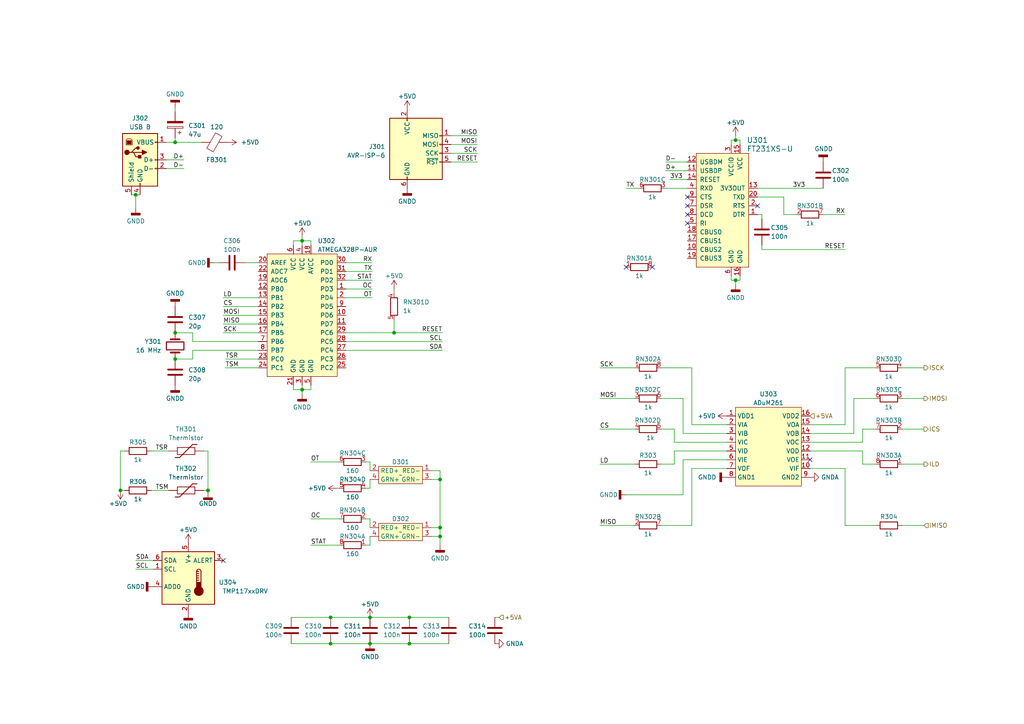
<source format=kicad_sch>
(kicad_sch (version 20230121) (generator eeschema)
  (paper "A4")
  (title_block (title "Digital") (date "2024-05-20") (rev "2.0") (company "Matt Morano"))
  (lib_symbols
    (symbol "Components:ADuM261"
      (property "Reference" "U" (at 0 15.24 0))
      (property "Value" "ADuM261" (at 1.27 12.7 0))
      (symbol "ADuM261_1_1"
        (rectangle (start -8.89 11.43) (end 10.16 -11.43) (fill (type background)))
        (pin power_in line (at -11.43 8.89 0) (length 2.54) (name "VDD1") (number "1"))
        (pin input line (at 12.7 -6.35 180) (length 2.54) (name "VIF") (number "10"))
        (pin output line (at 12.7 -3.81 180) (length 2.54) (name "VOE") (number "11"))
        (pin output line (at 12.7 -1.27 180) (length 2.54) (name "VOD") (number "12"))
        (pin output line (at 12.7 1.27 180) (length 2.54) (name "VOC") (number "13"))
        (pin output line (at 12.7 3.81 180) (length 2.54) (name "VOB") (number "14"))
        (pin output line (at 12.7 6.35 180) (length 2.54) (name "VOA") (number "15"))
        (pin power_in line (at 12.7 8.89 180) (length 2.54) (name "VDD2") (number "16"))
        (pin input line (at -11.43 6.35 0) (length 2.54) (name "VIA") (number "2"))
        (pin input line (at -11.43 3.81 0) (length 2.54) (name "VIB") (number "3"))
        (pin input line (at -11.43 1.27 0) (length 2.54) (name "VIC") (number "4"))
        (pin input line (at -11.43 -1.27 0) (length 2.54) (name "VID") (number "5"))
        (pin input line (at -11.43 -3.81 0) (length 2.54) (name "VIE") (number "6"))
        (pin output line (at -11.43 -6.35 0) (length 2.54) (name "VOF") (number "7"))
        (pin power_in line (at -11.43 -8.89 0) (length 2.54) (name "GND1") (number "8"))
        (pin power_in line (at 12.7 -8.89 180) (length 2.54) (name "GND2") (number "9"))
      )
    )
    (symbol "Components:WP934MD/LILGD"
      (property "Reference" "D" (at 0 3.81 0))
      (symbol "WP934MD/LILGD_1_1"
        (rectangle (start -6.35 2.54) (end 6.35 -2.54) (fill (type background)))
        (pin input line (at -8.89 1.27 0) (length 2.54) (name "RED-") (number "1"))
        (pin output line (at 8.89 1.27 180) (length 2.54) (name "RED+") (number "2"))
        (pin input line (at -8.89 -1.27 0) (length 2.54) (name "GRN-") (number "3"))
        (pin output line (at 8.89 -1.27 180) (length 2.54) (name "GRN+") (number "4"))
      )
    )
    (symbol "Connector:AVR-ISP-6" (pin_names (offset 1.016))
      (property "Reference" "J" (at -6.35 11.43 0))
      (property "Value" "AVR-ISP-6" (at 0 11.43 0))
      (symbol "AVR-ISP-6_0_1"
        (rectangle (start -2.667 -6.858) (end -2.413 -7.62))
        (rectangle (start -2.667 10.16) (end -2.413 9.398))
        (rectangle (start 7.62 -2.413) (end 6.858 -2.667))
        (rectangle (start 7.62 0.127) (end 6.858 -0.127))
        (rectangle (start 7.62 2.667) (end 6.858 2.413))
        (rectangle (start 7.62 5.207) (end 6.858 4.953))
        (rectangle (start 7.62 10.16) (end -7.62 -7.62) (stroke (width 0.254)) (fill (type background)))
      )
      (symbol "AVR-ISP-6_1_1"
        (pin passive line (at 10.16 5.08 180) (length 2.54) (name "MISO") (number "1"))
        (pin passive line (at -2.54 12.7 270) (length 2.54) (name "VCC") (number "2"))
        (pin passive line (at 10.16 0 180) (length 2.54) (name "SCK") (number "3"))
        (pin passive line (at 10.16 2.54 180) (length 2.54) (name "MOSI") (number "4"))
        (pin passive line (at 10.16 -2.54 180) (length 2.54) (name "~{RST}") (number "5"))
        (pin passive line (at -2.54 -10.16 90) (length 2.54) (name "GND") (number "6"))
      )
    )
    (symbol "Connector:USB_B" (pin_names (offset 1.016))
      (property "Reference" "J" (at -5.08 11.43 0))
      (property "Value" "USB_B" (at -5.08 8.89 0))
      (symbol "USB_B_0_1"
        (rectangle (start -5.08 -7.62) (end 5.08 7.62) (stroke (width 0.254)) (fill (type background)))
        (circle (center -3.81 2.159) (radius 0.635) (stroke (width 0.254)) (fill (type outline)))
        (rectangle (start -3.81 5.588) (end -2.54 4.572) (fill (type outline)))
        (circle (center -0.635 3.429) (radius 0.381) (stroke (width 0.254)) (fill (type outline)))
        (rectangle (start -0.127 -7.62) (end 0.127 -6.858))
        (polyline (pts (xy -1.905 2.159) (xy 0.635 2.159)) (stroke (width 0.254)))
        (polyline (pts (xy -3.175 2.159) (xy -2.54 2.159) (xy -1.27 3.429) (xy -0.635 3.429)) (stroke (width 0.254)))
        (polyline (pts (xy -2.54 2.159) (xy -1.905 2.159) (xy -1.27 0.889) (xy 0 0.889)) (stroke (width 0.254)))
        (polyline (pts (xy 0.635 2.794) (xy 0.635 1.524) (xy 1.905 2.159) (xy 0.635 2.794)) (stroke (width 0.254)) (fill (type outline)))
        (polyline (pts (xy -4.064 4.318) (xy -2.286 4.318) (xy -2.286 5.715) (xy -2.667 6.096) (xy -3.683 6.096) (xy -4.064 5.715) (xy -4.064 4.318)))
        (rectangle (start 0.254 1.27) (end -0.508 0.508) (stroke (width 0.254)) (fill (type outline)))
        (rectangle (start 5.08 -2.667) (end 4.318 -2.413))
        (rectangle (start 5.08 -0.127) (end 4.318 0.127))
        (rectangle (start 5.08 4.953) (end 4.318 5.207))
      )
      (symbol "USB_B_1_1"
        (pin power_out line (at 7.62 5.08 180) (length 2.54) (name "VBUS") (number "1"))
        (pin bidirectional line (at 7.62 -2.54 180) (length 2.54) (name "D-") (number "2"))
        (pin bidirectional line (at 7.62 0 180) (length 2.54) (name "D+") (number "3"))
        (pin power_out line (at 0 -10.16 90) (length 2.54) (name "GND") (number "4"))
        (pin passive line (at -2.54 -10.16 90) (length 2.54) (name "Shield") (number "5"))
      )
    )
    (symbol "Device:C" (pin_numbers hide) (pin_names (offset 0.254))
      (property "Reference" "C" (at 0.635 2.54 0))
      (property "Value" "C" (at 0.635 -2.54 0))
      (symbol "C_0_1"
        (polyline (pts (xy -2.032 -0.762) (xy 2.032 -0.762)) (stroke (width 0.508)))
        (polyline (pts (xy -2.032 0.762) (xy 2.032 0.762)) (stroke (width 0.508)))
      )
      (symbol "C_1_1"
        (pin passive line (at 0 3.81 270) (length 2.794) (name "~") (number "1"))
        (pin passive line (at 0 -3.81 90) (length 2.794) (name "~") (number "2"))
      )
    )
    (symbol "Device:C_Polarized" (pin_numbers hide) (pin_names (offset 0.254))
      (property "Reference" "C" (at 0.635 2.54 0))
      (property "Value" "C_Polarized" (at 0.635 -2.54 0))
      (symbol "C_Polarized_0_1"
        (rectangle (start -2.286 0.508) (end 2.286 1.016))
        (polyline (pts (xy -1.778 2.286) (xy -0.762 2.286)))
        (polyline (pts (xy -1.27 2.794) (xy -1.27 1.778)))
        (rectangle (start 2.286 -0.508) (end -2.286 -1.016) (fill (type outline)))
      )
      (symbol "C_Polarized_1_1"
        (pin passive line (at 0 3.81 270) (length 2.794) (name "~") (number "1"))
        (pin passive line (at 0 -3.81 90) (length 2.794) (name "~") (number "2"))
      )
    )
    (symbol "Device:Crystal" (pin_numbers hide) (pin_names (offset 1.016) hide)
      (property "Reference" "Y" (at 0 3.81 0))
      (property "Value" "Crystal" (at 0 -3.81 0))
      (symbol "Crystal_0_1"
        (rectangle (start -1.143 2.54) (end 1.143 -2.54) (stroke (width 0.3048)))
        (polyline (pts (xy -2.54 0) (xy -1.905 0)))
        (polyline (pts (xy -1.905 -1.27) (xy -1.905 1.27)) (stroke (width 0.508)))
        (polyline (pts (xy 1.905 -1.27) (xy 1.905 1.27)) (stroke (width 0.508)))
        (polyline (pts (xy 2.54 0) (xy 1.905 0)))
      )
      (symbol "Crystal_1_1"
        (pin passive line (at -3.81 0 0) (length 1.27) (name "1") (number "1"))
        (pin passive line (at 3.81 0 180) (length 1.27) (name "2") (number "2"))
      )
    )
    (symbol "Device:FerriteBead" (pin_numbers hide) (pin_names (offset 0))
      (property "Reference" "FB" (at -3.81 0.635 90))
      (property "Value" "FerriteBead" (at 3.81 0 90))
      (symbol "FerriteBead_0_1"
        (polyline (pts (xy 0 -1.27) (xy 0 -1.2192)))
        (polyline (pts (xy 0 1.27) (xy 0 1.2954)))
        (polyline (pts (xy -2.7686 0.4064) (xy -1.7018 2.2606) (xy 2.7686 -0.3048) (xy 1.6764 -2.159) (xy -2.7686 0.4064)))
      )
      (symbol "FerriteBead_1_1"
        (pin passive line (at 0 3.81 270) (length 2.54) (name "~") (number "1"))
        (pin passive line (at 0 -3.81 90) (length 2.54) (name "~") (number "2"))
      )
    )
    (symbol "Device:R" (pin_numbers hide) (pin_names (offset 0))
      (property "Reference" "R" (at 2.032 0 90))
      (property "Value" "R" (at 0 0 90))
      (symbol "R_0_1"
        (rectangle (start -1.016 -2.54) (end 1.016 2.54) (stroke (width 0.254)))
      )
      (symbol "R_1_1"
        (pin passive line (at 0 3.81 270) (length 1.27) (name "~") (number "1"))
        (pin passive line (at 0 -3.81 90) (length 1.27) (name "~") (number "2"))
      )
    )
    (symbol "Device:R_Pack04_Split" (pin_names (offset 0) hide)
      (property "Reference" "RN" (at 2.032 0 90))
      (property "Value" "R_Pack04_Split" (at 0 0 90))
      (symbol "R_Pack04_Split_0_1"
        (rectangle (start 1.016 2.54) (end -1.016 -2.54) (stroke (width 0.254)))
      )
      (symbol "R_Pack04_Split_1_1"
        (pin passive line (at 0 -3.81 90) (length 1.27) (name "R1.1") (number "1"))
        (pin passive line (at 0 3.81 270) (length 1.27) (name "R1.2") (number "8"))
      )
      (symbol "R_Pack04_Split_2_1"
        (pin passive line (at 0 -3.81 90) (length 1.27) (name "R2.1") (number "2"))
        (pin passive line (at 0 3.81 270) (length 1.27) (name "R2.2") (number "7"))
      )
      (symbol "R_Pack04_Split_3_1"
        (pin passive line (at 0 -3.81 90) (length 1.27) (name "R3.1") (number "3"))
        (pin passive line (at 0 3.81 270) (length 1.27) (name "R3.2") (number "6"))
      )
      (symbol "R_Pack04_Split_4_1"
        (pin passive line (at 0 -3.81 90) (length 1.27) (name "R4.1") (number "4"))
        (pin passive line (at 0 3.81 270) (length 1.27) (name "R4.2") (number "5"))
      )
    )
    (symbol "Device:Thermistor" (pin_numbers hide) (pin_names (offset 0))
      (property "Reference" "TH" (at 2.54 1.27 90))
      (property "Value" "Thermistor" (at -2.54 0 90))
      (symbol "Thermistor_0_1"
        (rectangle (start -1.016 2.54) (end 1.016 -2.54) (stroke (width 0.2032)))
        (polyline (pts (xy -1.905 3.175) (xy -1.905 1.905) (xy 1.905 -1.905) (xy 1.905 -3.175) (xy 1.905 -3.175)) (stroke (width 0.254)))
      )
      (symbol "Thermistor_1_1"
        (pin passive line (at 0 5.08 270) (length 2.54) (name "~") (number "1"))
        (pin passive line (at 0 -5.08 90) (length 2.54) (name "~") (number "2"))
      )
    )
    (symbol "Sensor_Temperature:TMP117xxDRV"
      (property "Reference" "U" (at -2.54 10.795 0))
      (property "Value" "TMP117xxDRV" (at -2.54 8.89 0))
      (symbol "TMP117xxDRV_0_1"
        (rectangle (start -7.62 7.62) (end 7.62 -7.62) (stroke (width 0.254)) (fill (type background)))
      )
      (symbol "TMP117xxDRV_1_1"
        (polyline (pts (xy 2.413 -0.635) (xy 3.048 -0.635)) (stroke (width 0.254)))
        (polyline (pts (xy 2.413 0) (xy 3.048 0)) (stroke (width 0.254)))
        (polyline (pts (xy 2.413 0.635) (xy 3.048 0.635)) (stroke (width 0.254)))
        (polyline (pts (xy 2.413 1.27) (xy 3.048 1.27)) (stroke (width 0.254)))
        (polyline (pts (xy 2.413 1.905) (xy 2.413 -1.27)) (stroke (width 0.254)))
        (polyline (pts (xy 2.413 1.905) (xy 3.048 1.905)) (stroke (width 0.254)))
        (polyline (pts (xy 3.683 1.905) (xy 3.683 -1.27)) (stroke (width 0.254)))
        (circle (center 3.048 -3.81) (radius 1.27) (stroke (width 0.254)) (fill (type outline)))
        (rectangle (start 3.683 -3.175) (end 2.413 -1.27) (stroke (width 0.254)) (fill (type outline)))
        (arc (start 3.683 1.905) (mid 3.048 2.5373) (end 2.413 1.905) (stroke (width 0.254)))
        (pin input line (at -10.16 2.54 0) (length 2.54) (name "SCL") (number "1"))
        (pin power_in line (at 0 -10.16 90) (length 2.54) (name "GND") (number "2"))
        (pin open_collector line (at 10.16 5.08 180) (length 2.54) (name "ALERT") (number "3"))
        (pin input line (at -10.16 -2.54 0) (length 2.54) (name "ADD0") (number "4"))
        (pin power_in line (at 0 10.16 270) (length 2.54) (name "V+") (number "5"))
        (pin bidirectional line (at -10.16 5.08 0) (length 2.54) (name "SDA") (number "6"))
      )
    )
    (symbol "dk_Embedded-Microcontrollers:ATMEGA328P-AUR" (pin_names (offset 1.016))
      (property "Reference" "U" (at -10.16 24.13 0))
      (property "Value" "ATMEGA328P-AUR" (at 3.81 -13.97 0))
      (symbol "ATMEGA328P-AUR_0_1"
        (rectangle (start -10.16 22.86) (end 10.16 -12.7) (fill (type background)))
      )
      (symbol "ATMEGA328P-AUR_1_1"
        (pin bidirectional line (at 12.7 12.7 180) (length 2.54) (name "PD3") (number "1"))
        (pin bidirectional line (at 12.7 5.08 180) (length 2.54) (name "PD6") (number "10"))
        (pin bidirectional line (at 12.7 2.54 180) (length 2.54) (name "PD7") (number "11"))
        (pin bidirectional line (at -12.7 12.7 0) (length 2.54) (name "PB0") (number "12"))
        (pin bidirectional line (at -12.7 10.16 0) (length 2.54) (name "PB1") (number "13"))
        (pin bidirectional line (at -12.7 7.62 0) (length 2.54) (name "PB2") (number "14"))
        (pin bidirectional line (at -12.7 5.08 0) (length 2.54) (name "PB3") (number "15"))
        (pin bidirectional line (at -12.7 2.54 0) (length 2.54) (name "PB4") (number "16"))
        (pin bidirectional line (at -12.7 0 0) (length 2.54) (name "PB5") (number "17"))
        (pin power_in line (at 2.54 25.4 270) (length 2.54) (name "AVCC") (number "18"))
        (pin input line (at -12.7 15.24 0) (length 2.54) (name "ADC6") (number "19"))
        (pin bidirectional line (at 12.7 10.16 180) (length 2.54) (name "PD4") (number "2"))
        (pin input line (at -12.7 20.32 0) (length 2.54) (name "AREF") (number "20"))
        (pin power_in line (at -2.54 -15.24 90) (length 2.54) (name "GND") (number "21"))
        (pin input line (at -12.7 17.78 0) (length 2.54) (name "ADC7") (number "22"))
        (pin bidirectional line (at -12.7 -7.62 0) (length 2.54) (name "PC0") (number "23"))
        (pin bidirectional line (at -12.7 -10.16 0) (length 2.54) (name "PC1") (number "24"))
        (pin bidirectional line (at 12.7 -10.16 180) (length 2.54) (name "PC2") (number "25"))
        (pin bidirectional line (at 12.7 -7.62 180) (length 2.54) (name "PC3") (number "26"))
        (pin bidirectional line (at 12.7 -5.08 180) (length 2.54) (name "PC4") (number "27"))
        (pin bidirectional line (at 12.7 -2.54 180) (length 2.54) (name "PC5") (number "28"))
        (pin bidirectional line (at 12.7 0 180) (length 2.54) (name "PC6") (number "29"))
        (pin power_in line (at 0 -15.24 90) (length 2.54) (name "GND") (number "3"))
        (pin bidirectional line (at 12.7 20.32 180) (length 2.54) (name "PD0") (number "30"))
        (pin bidirectional line (at 12.7 17.78 180) (length 2.54) (name "PD1") (number "31"))
        (pin bidirectional line (at 12.7 15.24 180) (length 2.54) (name "PD2") (number "32"))
        (pin power_in line (at 0 25.4 270) (length 2.54) (name "VCC") (number "4"))
        (pin power_in line (at 2.54 -15.24 90) (length 2.54) (name "GND") (number "5"))
        (pin power_in line (at -2.54 25.4 270) (length 2.54) (name "VCC") (number "6"))
        (pin bidirectional line (at -12.7 -2.54 0) (length 2.54) (name "PB6") (number "7"))
        (pin bidirectional line (at -12.7 -5.08 0) (length 2.54) (name "PB7") (number "8"))
        (pin bidirectional line (at 12.7 7.62 180) (length 2.54) (name "PD5") (number "9"))
      )
    )
    (symbol "dk_Interface-Controllers:FT231XS-U" (pin_names (offset 1.016))
      (property "Reference" "U" (at -5.08 8.89 0))
      (property "Value" "FT231XS-U" (at 10.16 -25.4 0))
      (symbol "FT231XS-U_0_1"
        (rectangle (start -7.62 7.62) (end 7.62 -25.4) (fill (type background)))
      )
      (symbol "FT231XS-U_1_1"
        (pin output line (at 10.16 -10.16 180) (length 2.54) (name "DTR") (number "1"))
        (pin bidirectional line (at -10.16 -20.32 0) (length 2.54) (name "CBUS2") (number "10"))
        (pin input line (at -10.16 2.54 0) (length 2.54) (name "USBDP") (number "11"))
        (pin input line (at -10.16 5.08 0) (length 2.54) (name "USBDM") (number "12"))
        (pin passive line (at 10.16 -2.54 180) (length 2.54) (name "3V3OUT") (number "13"))
        (pin input line (at -10.16 0 0) (length 2.54) (name "RESET") (number "14"))
        (pin power_in line (at 5.08 10.16 270) (length 2.54) (name "VCC") (number "15"))
        (pin power_in line (at 5.08 -27.94 90) (length 2.54) (name "GND") (number "16"))
        (pin bidirectional line (at -10.16 -17.78 0) (length 2.54) (name "CBUS1") (number "17"))
        (pin bidirectional line (at -10.16 -15.24 0) (length 2.54) (name "CBUS0") (number "18"))
        (pin bidirectional line (at -10.16 -22.86 0) (length 2.54) (name "CBUS3") (number "19"))
        (pin output line (at 10.16 -7.62 180) (length 2.54) (name "RTS") (number "2"))
        (pin output line (at 10.16 -5.08 180) (length 2.54) (name "TXD") (number "20"))
        (pin power_in line (at 2.54 10.16 270) (length 2.54) (name "VCCIO") (number "3"))
        (pin input line (at -10.16 -2.54 0) (length 2.54) (name "RXD") (number "4"))
        (pin input line (at -10.16 -12.7 0) (length 2.54) (name "RI") (number "5"))
        (pin power_in line (at 2.54 -27.94 90) (length 2.54) (name "GND") (number "6"))
        (pin input line (at -10.16 -7.62 0) (length 2.54) (name "DSR") (number "7"))
        (pin input line (at -10.16 -10.16 0) (length 2.54) (name "DCD") (number "8"))
        (pin input line (at -10.16 -5.08 0) (length 2.54) (name "CTS") (number "9"))
      )
    )
    (symbol "power:+5VD" (power) (pin_names (offset 0))
      (property "Value" "+5VD" (at 0 3.556 0))
      (symbol "+5VD_0_1"
        (polyline (pts (xy -0.762 1.27) (xy 0 2.54)))
        (polyline (pts (xy 0 0) (xy 0 2.54)))
        (polyline (pts (xy 0 2.54) (xy 0.762 1.27)))
      )
      (symbol "+5VD_1_1"
        (pin power_in line (at 0 0 90) (length 0) hide (name "+5VD") (number "1"))
      )
    )
    (symbol "power:GNDA" (power) (pin_names (offset 0))
      (property "Value" "GNDA" (at 0 -3.81 0))
      (symbol "GNDA_0_1"
        (polyline (pts (xy 0 0) (xy 0 -1.27) (xy 1.27 -1.27) (xy 0 -2.54) (xy -1.27 -1.27) (xy 0 -1.27)))
      )
      (symbol "GNDA_1_1"
        (pin power_in line (at 0 0 270) (length 0) hide (name "GNDA") (number "1"))
      )
    )
    (symbol "power:GNDD" (power) (pin_names (offset 0))
      (property "Value" "GNDD" (at 0 -3.175 0))
      (symbol "GNDD_0_1"
        (rectangle (start -1.27 -1.524) (end 1.27 -2.032) (stroke (width 0.254)) (fill (type outline)))
        (polyline (pts (xy 0 0) (xy 0 -1.524)))
      )
      (symbol "GNDD_1_1"
        (pin power_in line (at 0 0 270) (length 0) hide (name "GNDD") (number "1"))
      )
    )
  )
  (junction (at 107.315 179.07))
  (junction (at 127.635 155.575))
  (junction (at 50.8 104.14))
  (junction (at 50.8 96.52))
  (junction (at 87.63 113.03))
  (junction (at 95.885 179.07))
  (junction (at 127.635 153.035))
  (junction (at 213.36 81.28))
  (junction (at 127.635 139.065))
  (junction (at 95.885 186.69))
  (junction (at 107.315 186.69))
  (junction (at 60.325 142.24))
  (junction (at 87.63 69.85))
  (junction (at 39.37 56.515))
  (junction (at 118.745 186.69))
  (junction (at 114.3 96.52))
  (junction (at 50.8 41.275))
  (junction (at 213.36 40.64))
  (junction (at 34.925 142.24))
  (junction (at 118.745 179.07))
  (no_connect (at 189.23 77.47))
  (no_connect (at 64.77 162.56))
  (no_connect (at 219.71 59.69))
  (no_connect (at 199.39 57.15))
  (no_connect (at 199.39 59.69))
  (no_connect (at 181.61 77.47))
  (no_connect (at 199.39 64.77))
  (no_connect (at 199.39 62.23))
  (no_connect (at 234.95 133.35))
  (wire (pts (xy 130.81 41.91) (xy 138.43 41.91)))
  (wire (pts (xy 107.315 141.605) (xy 106.045 141.605)))
  (wire (pts (xy 220.98 71.12) (xy 220.98 72.39)))
  (wire (pts (xy 84.455 179.07) (xy 95.885 179.07)))
  (wire (pts (xy 62.23 76.2) (xy 63.5 76.2)))
  (wire (pts (xy 100.33 101.6) (xy 128.27 101.6)))
  (wire (pts (xy 125.095 155.575) (xy 127.635 155.575)))
  (wire (pts (xy 114.3 96.52) (xy 128.27 96.52)))
  (wire (pts (xy 212.09 40.64) (xy 213.36 40.64)))
  (wire (pts (xy 212.09 81.28) (xy 213.36 81.28)))
  (wire (pts (xy 181.61 54.61) (xy 185.42 54.61)))
  (wire (pts (xy 59.055 142.24) (xy 60.325 142.24)))
  (wire (pts (xy 212.09 40.64) (xy 212.09 41.91)))
  (wire (pts (xy 125.095 153.035) (xy 127.635 153.035)))
  (wire (pts (xy 173.99 124.46) (xy 184.15 124.46)))
  (wire (pts (xy 64.77 96.52) (xy 74.93 96.52)))
  (wire (pts (xy 90.17 113.03) (xy 90.17 111.76)))
  (wire (pts (xy 238.76 62.23) (xy 245.11 62.23)))
  (wire (pts (xy 85.09 113.03) (xy 87.63 113.03)))
  (wire (pts (xy 219.71 62.23) (xy 220.98 62.23)))
  (wire (pts (xy 39.37 165.1) (xy 44.45 165.1)))
  (wire (pts (xy 200.66 152.4) (xy 200.66 135.89)))
  (wire (pts (xy 193.04 54.61) (xy 199.39 54.61)))
  (wire (pts (xy 247.65 125.73) (xy 247.65 115.57)))
  (wire (pts (xy 98.425 133.985) (xy 90.17 133.985)))
  (wire (pts (xy 125.095 136.525) (xy 127.635 136.525)))
  (wire (pts (xy 181.61 143.51) (xy 198.12 143.51)))
  (wire (pts (xy 60.325 130.81) (xy 60.325 142.24)))
  (wire (pts (xy 36.195 130.81) (xy 34.925 130.81)))
  (wire (pts (xy 195.58 124.46) (xy 195.58 128.27)))
  (wire (pts (xy 85.09 69.85) (xy 85.09 71.12)))
  (wire (pts (xy 64.77 91.44) (xy 74.93 91.44)))
  (wire (pts (xy 213.36 81.28) (xy 213.36 82.55)))
  (wire (pts (xy 200.66 123.19) (xy 210.82 123.19)))
  (wire (pts (xy 247.65 115.57) (xy 254 115.57)))
  (wire (pts (xy 34.925 142.24) (xy 36.195 142.24)))
  (wire (pts (xy 191.77 134.62) (xy 195.58 134.62)))
  (wire (pts (xy 173.99 152.4) (xy 184.15 152.4)))
  (wire (pts (xy 245.11 152.4) (xy 254 152.4)))
  (wire (pts (xy 114.3 92.71) (xy 114.3 96.52)))
  (wire (pts (xy 118.745 186.69) (xy 130.175 186.69)))
  (wire (pts (xy 74.93 99.06) (xy 55.88 99.06)))
  (wire (pts (xy 48.895 130.81) (xy 43.815 130.81)))
  (wire (pts (xy 193.04 49.53) (xy 199.39 49.53)))
  (wire (pts (xy 106.045 158.115) (xy 107.315 158.115)))
  (wire (pts (xy 130.81 46.99) (xy 138.43 46.99)))
  (wire (pts (xy 210.82 125.73) (xy 198.12 125.73)))
  (wire (pts (xy 100.33 83.82) (xy 107.95 83.82)))
  (wire (pts (xy 195.58 134.62) (xy 195.58 130.81)))
  (wire (pts (xy 64.77 86.36) (xy 74.93 86.36)))
  (wire (pts (xy 107.315 158.115) (xy 107.315 155.575)))
  (wire (pts (xy 65.405 106.68) (xy 74.93 106.68)))
  (wire (pts (xy 144.78 179.07) (xy 143.51 179.07)))
  (wire (pts (xy 212.09 81.28) (xy 212.09 80.01)))
  (wire (pts (xy 219.71 57.15) (xy 227.33 57.15)))
  (wire (pts (xy 118.745 179.07) (xy 130.175 179.07)))
  (wire (pts (xy 55.88 96.52) (xy 50.8 96.52)))
  (wire (pts (xy 127.635 155.575) (xy 127.635 158.115)))
  (wire (pts (xy 261.62 152.4) (xy 267.97 152.4)))
  (wire (pts (xy 125.095 139.065) (xy 127.635 139.065)))
  (wire (pts (xy 127.635 139.065) (xy 127.635 153.035)))
  (wire (pts (xy 95.885 179.07) (xy 107.315 179.07)))
  (wire (pts (xy 250.19 130.81) (xy 250.19 134.62)))
  (wire (pts (xy 98.425 141.605) (xy 97.79 141.605)))
  (wire (pts (xy 98.425 150.495) (xy 90.17 150.495)))
  (wire (pts (xy 39.37 162.56) (xy 44.45 162.56)))
  (wire (pts (xy 213.36 39.37) (xy 213.36 40.64)))
  (wire (pts (xy 64.77 93.98) (xy 74.93 93.98)))
  (wire (pts (xy 227.33 62.23) (xy 231.14 62.23)))
  (wire (pts (xy 200.66 135.89) (xy 210.82 135.89)))
  (wire (pts (xy 84.455 186.69) (xy 95.885 186.69)))
  (wire (pts (xy 245.11 123.19) (xy 245.11 106.68)))
  (wire (pts (xy 55.88 104.14) (xy 55.88 101.6)))
  (wire (pts (xy 100.33 81.28) (xy 107.95 81.28)))
  (wire (pts (xy 100.33 86.36) (xy 107.95 86.36)))
  (wire (pts (xy 39.37 56.515) (xy 40.64 56.515)))
  (wire (pts (xy 234.95 135.89) (xy 245.11 135.89)))
  (wire (pts (xy 100.33 78.74) (xy 107.95 78.74)))
  (wire (pts (xy 55.88 101.6) (xy 74.93 101.6)))
  (wire (pts (xy 214.63 40.64) (xy 214.63 41.91)))
  (wire (pts (xy 107.315 186.69) (xy 118.745 186.69)))
  (wire (pts (xy 98.425 158.115) (xy 90.17 158.115)))
  (wire (pts (xy 64.77 88.9) (xy 74.93 88.9)))
  (wire (pts (xy 234.95 125.73) (xy 247.65 125.73)))
  (wire (pts (xy 245.11 106.68) (xy 254 106.68)))
  (wire (pts (xy 127.635 136.525) (xy 127.635 139.065)))
  (wire (pts (xy 85.09 113.03) (xy 85.09 111.76)))
  (wire (pts (xy 107.315 179.07) (xy 118.745 179.07)))
  (wire (pts (xy 50.8 41.275) (xy 58.42 41.275)))
  (wire (pts (xy 87.63 114.3) (xy 87.63 113.03)))
  (wire (pts (xy 114.3 83.82) (xy 114.3 85.09)))
  (wire (pts (xy 220.98 72.39) (xy 245.11 72.39)))
  (wire (pts (xy 100.33 96.52) (xy 114.3 96.52)))
  (wire (pts (xy 184.15 115.57) (xy 173.99 115.57)))
  (wire (pts (xy 106.045 133.985) (xy 107.315 133.985)))
  (wire (pts (xy 87.63 69.85) (xy 90.17 69.85)))
  (wire (pts (xy 234.95 130.81) (xy 250.19 130.81)))
  (wire (pts (xy 85.09 69.85) (xy 87.63 69.85)))
  (wire (pts (xy 173.99 134.62) (xy 184.15 134.62)))
  (wire (pts (xy 234.95 123.19) (xy 245.11 123.19)))
  (wire (pts (xy 245.11 135.89) (xy 245.11 152.4)))
  (wire (pts (xy 127.635 153.035) (xy 127.635 155.575)))
  (wire (pts (xy 195.58 130.81) (xy 210.82 130.81)))
  (wire (pts (xy 100.33 99.06) (xy 128.27 99.06)))
  (wire (pts (xy 100.33 76.2) (xy 107.95 76.2)))
  (wire (pts (xy 173.99 106.68) (xy 184.15 106.68)))
  (wire (pts (xy 107.315 139.065) (xy 107.315 141.605)))
  (wire (pts (xy 90.17 69.85) (xy 90.17 71.12)))
  (wire (pts (xy 198.12 115.57) (xy 191.77 115.57)))
  (wire (pts (xy 59.055 130.81) (xy 60.325 130.81)))
  (wire (pts (xy 210.82 133.35) (xy 198.12 133.35)))
  (wire (pts (xy 198.12 133.35) (xy 198.12 143.51)))
  (wire (pts (xy 250.19 124.46) (xy 254 124.46)))
  (wire (pts (xy 87.63 69.85) (xy 87.63 71.12)))
  (wire (pts (xy 39.37 56.515) (xy 39.37 60.325)))
  (wire (pts (xy 194.31 52.07) (xy 199.39 52.07)))
  (wire (pts (xy 48.895 142.24) (xy 43.815 142.24)))
  (wire (pts (xy 250.19 134.62) (xy 254 134.62)))
  (wire (pts (xy 95.885 186.69) (xy 107.315 186.69)))
  (wire (pts (xy 107.315 153.035) (xy 107.315 150.495)))
  (wire (pts (xy 214.63 81.28) (xy 214.63 80.01)))
  (wire (pts (xy 261.62 124.46) (xy 267.97 124.46)))
  (wire (pts (xy 34.925 130.81) (xy 34.925 142.24)))
  (wire (pts (xy 107.315 150.495) (xy 106.045 150.495)))
  (wire (pts (xy 130.81 44.45) (xy 138.43 44.45)))
  (wire (pts (xy 261.62 115.57) (xy 267.97 115.57)))
  (wire (pts (xy 191.77 106.68) (xy 200.66 106.68)))
  (wire (pts (xy 38.1 56.515) (xy 39.37 56.515)))
  (wire (pts (xy 55.88 99.06) (xy 55.88 96.52)))
  (wire (pts (xy 48.26 41.275) (xy 50.8 41.275)))
  (wire (pts (xy 71.12 76.2) (xy 74.93 76.2)))
  (wire (pts (xy 261.62 106.68) (xy 267.97 106.68)))
  (wire (pts (xy 48.26 46.355) (xy 53.34 46.355)))
  (wire (pts (xy 87.63 113.03) (xy 87.63 111.76)))
  (wire (pts (xy 50.8 40.005) (xy 50.8 41.275)))
  (wire (pts (xy 191.77 152.4) (xy 200.66 152.4)))
  (wire (pts (xy 213.36 81.28) (xy 214.63 81.28)))
  (wire (pts (xy 50.8 104.14) (xy 55.88 104.14)))
  (wire (pts (xy 195.58 128.27) (xy 210.82 128.27)))
  (wire (pts (xy 48.26 48.895) (xy 53.34 48.895)))
  (wire (pts (xy 193.04 46.99) (xy 199.39 46.99)))
  (wire (pts (xy 220.98 62.23) (xy 220.98 63.5)))
  (wire (pts (xy 87.63 68.58) (xy 87.63 69.85)))
  (wire (pts (xy 60.325 142.875) (xy 60.325 142.24)))
  (wire (pts (xy 198.12 125.73) (xy 198.12 115.57)))
  (wire (pts (xy 213.36 40.64) (xy 214.63 40.64)))
  (wire (pts (xy 250.19 128.27) (xy 250.19 124.46)))
  (wire (pts (xy 227.33 57.15) (xy 227.33 62.23)))
  (wire (pts (xy 130.81 39.37) (xy 138.43 39.37)))
  (wire (pts (xy 200.66 106.68) (xy 200.66 123.19)))
  (wire (pts (xy 107.315 133.985) (xy 107.315 136.525)))
  (wire (pts (xy 234.95 128.27) (xy 250.19 128.27)))
  (wire (pts (xy 261.62 134.62) (xy 267.97 134.62)))
  (wire (pts (xy 50.8 31.115) (xy 50.8 32.385)))
  (wire (pts (xy 219.71 54.61) (xy 238.76 54.61)))
  (wire (pts (xy 191.77 124.46) (xy 195.58 124.46)))
  (wire (pts (xy 65.405 104.14) (xy 74.93 104.14)))
  (wire (pts (xy 87.63 113.03) (xy 90.17 113.03)))
  (label "CS" (at 64.77 88.9 0))
  (label "MOSI" (at 138.43 41.91 180))
  (label "3V3" (at 194.31 52.07 0))
  (label "TX" (at 107.95 78.74 180))
  (label "D+" (at 193.04 49.53 0))
  (label "OC" (at 90.17 150.495 0))
  (label "SCL" (at 39.37 165.1 0))
  (label "D+" (at 53.34 46.355 180))
  (label "D-" (at 53.34 48.895 180))
  (label "TSR" (at 45.085 130.81 0))
  (label "MISO" (at 138.43 39.37 180))
  (label "TX" (at 181.61 54.61 0))
  (label "SCK" (at 64.77 96.52 0))
  (label "RESET" (at 138.43 46.99 180))
  (label "SCK" (at 138.43 44.45 180))
  (label "STAT" (at 107.95 81.28 180))
  (label "OC" (at 107.95 83.82 180))
  (label "3V3" (at 229.87 54.61 0))
  (label "RESET" (at 128.27 96.52 180))
  (label "SCL" (at 128.27 99.06 180))
  (label "TSM" (at 65.405 106.68 0))
  (label "MISO" (at 173.99 152.4 0))
  (label "OT" (at 90.17 133.985 0))
  (label "SDA" (at 39.37 162.56 0))
  (label "TSM" (at 45.085 142.24 0))
  (label "MOSI" (at 64.77 91.44 0))
  (label "RESET" (at 245.11 72.39 180))
  (label "MOSI" (at 173.99 115.57 0))
  (label "STAT" (at 90.17 158.115 0))
  (label "LD" (at 64.77 86.36 0))
  (label "CS" (at 173.99 124.46 0))
  (label "SCK" (at 173.99 106.68 0))
  (label "SDA" (at 128.27 101.6 180))
  (label "TSR" (at 65.405 104.14 0))
  (label "D-" (at 193.04 46.99 0))
  (label "RX" (at 245.11 62.23 180))
  (label "RX" (at 107.95 76.2 180))
  (label "MISO" (at 64.77 93.98 0))
  (label "OT" (at 107.95 86.36 180))
  (label "LD" (at 173.99 134.62 0))
  (hierarchical_label "+5VA" (shape input) (at 144.78 179.07 0))
  (hierarchical_label "IMISO" (shape input) (at 267.97 152.4 0))
  (hierarchical_label "ILD" (shape output) (at 267.97 134.62 0))
  (hierarchical_label "+5VA" (shape input) (at 234.95 120.65 0))
  (hierarchical_label "ICS" (shape output) (at 267.97 124.46 0))
  (hierarchical_label "IMOSI" (shape output) (at 267.97 115.57 0))
  (hierarchical_label "ISCK" (shape output) (at 267.97 106.68 0))
  (symbol (lib_id "Device:R") (at 40.005 142.24 90) (unit 1)
    (property "Reference" "R306" (at 40.005 139.7 90))
    (property "Value" "1k" (at 40.005 144.78 90))
    (property "Footprint" "Resistor_SMD:R_0603_1608Metric" (effects hide))
  )
  (symbol (lib_id "Device:R_Pack04_Split") (at 257.81 115.57 90) (mirror x) (unit 3)
    (property "Reference" "RN303" (at 254 113.03 90) (effects (justify right)))
    (property "Value" "1k" (at 256.54 118.11 90) (effects (justify right)))
    (property "Footprint" "Resistor_SMD:R_Array_Concave_4x0603" (effects hide))
  )
  (symbol (lib_id "Sensor_Temperature:TMP117xxDRV") (at 54.61 167.64 0) (unit 1)
    (property "Reference" "U304" (at 66.04 168.91 0))
    (property "Value" "TMP117xxDRV" (at 71.12 171.45 0))
    (property "Footprint" "Package_SON:WSON-6-1EP_2x2mm_P0.65mm_EP1x1.6mm" (effects hide))
    (property "Datasheet" "https://www.ti.com/lit/ds/symlink/tmp117.pdf" (effects hide))
  )
  (symbol (lib_id "power:GNDD") (at 118.11 54.61 0) (unit 1)
    (property "Reference" "#PWR0306" (effects hide))
    (property "Value" "GNDD" (at 118.11 58.42 0))
  )
  (symbol (lib_id "Device:R_Pack04_Split") (at 189.23 54.61 90) (unit 3)
    (property "Reference" "RN301" (at 185.42 52.07 90) (effects (justify right)))
    (property "Value" "1k" (at 187.96 57.15 90) (effects (justify right)))
    (property "Footprint" "Resistor_SMD:R_Array_Concave_4x0603" (effects hide))
  )
  (symbol (lib_id "Device:R_Pack04_Split") (at 257.81 106.68 90) (mirror x) (unit 4)
    (property "Reference" "RN303" (at 254 104.14 90) (effects (justify right)))
    (property "Value" "1k" (at 256.54 109.22 90) (effects (justify right)))
    (property "Footprint" "Resistor_SMD:R_Array_Concave_4x0603" (effects hide))
  )
  (symbol (lib_id "power:GNDD") (at 238.76 46.99 180) (unit 1)
    (property "Reference" "#PWR0305" (effects hide))
    (property "Value" "GNDD" (at 236.22 43.18 0) (effects (justify right)))
  )
  (symbol (lib_id "Device:C") (at 238.76 50.8 180) (unit 1)
    (property "Reference" "C302" (at 243.84 49.53 0))
    (property "Value" "100n" (at 243.84 52.07 0))
    (property "Footprint" "Capacitor_SMD:C_0603_1608Metric" (effects hide))
  )
  (symbol (lib_id "power:GNDD") (at 62.23 76.2 270) (unit 1)
    (property "Reference" "#PWR0310" (effects hide))
    (property "Value" "GNDD" (at 57.15 76.2 90))
  )
  (symbol (lib_id "power:GNDD") (at 50.8 31.115 180) (unit 1)
    (property "Reference" "#PWR0301" (effects hide))
    (property "Value" "GNDD" (at 50.8 27.305 0))
  )
  (symbol (lib_id "power:GNDD") (at 50.8 88.9 180) (unit 1)
    (property "Reference" "#PWR0313" (effects hide))
    (property "Value" "GNDD" (at 50.8 85.09 0))
  )
  (symbol (lib_id "Device:FerriteBead") (at 62.23 41.275 90) (unit 1)
    (property "Reference" "FB301" (at 62.865 46.355 90))
    (property "Value" "120" (at 62.865 36.83 90))
    (property "Footprint" "Resistor_SMD:R_0603_1608Metric" (effects hide))
  )
  (symbol (lib_id "Device:Crystal") (at 50.8 100.33 270) (unit 1)
    (property "Reference" "Y301" (at 41.91 99.06 90) (effects (justify left)))
    (property "Value" "16 MHz" (at 39.37 101.6 90) (effects (justify left)))
    (property "Footprint" "Components:XTAL_ECS-200-20-3X-TR" (effects hide))
  )
  (symbol (lib_id "Device:C") (at 143.51 182.88 0) (mirror x) (unit 1)
    (property "Reference" "C314" (at 138.43 181.61 0))
    (property "Value" "100n" (at 138.43 184.15 0))
    (property "Footprint" "Capacitor_SMD:C_0603_1608Metric" (effects hide))
  )
  (symbol (lib_id "power:+5VD") (at 54.61 157.48 0) (unit 1)
    (property "Reference" "#PWR0322" (effects hide))
    (property "Value" "+5VD" (at 54.61 153.67 0))
  )
  (symbol (lib_id "power:+5VD") (at 66.04 41.275 270) (unit 1)
    (property "Reference" "#PWR0304" (effects hide))
    (property "Value" "+5VD" (at 69.85 41.275 90) (effects (justify left)))
  )
  (symbol (lib_id "power:GNDD") (at 60.325 142.875 0) (unit 1)
    (property "Reference" "#PWR0326" (effects hide))
    (property "Value" "GNDD" (at 60.325 146.05 0))
  )
  (symbol (lib_id "Connector:AVR-ISP-6") (at 120.65 44.45 0) (unit 1)
    (property "Reference" "J301" (at 111.76 42.545 0) (effects (justify right)))
    (property "Value" "AVR-ISP-6" (at 111.76 45.085 0) (effects (justify right)))
    (property "Footprint" "Connector_PinHeader_2.54mm:PinHeader_2x03_P2.54mm_Vertical" (effects hide))
    (property "Datasheet" " ~" (effects hide))
  )
  (symbol (lib_id "Device:C") (at 67.31 76.2 270) (unit 1)
    (property "Reference" "C306" (at 67.31 69.85 90))
    (property "Value" "100n" (at 67.31 72.39 90))
    (property "Footprint" "Capacitor_SMD:C_0603_1608Metric" (effects hide))
  )
  (symbol (lib_id "power:+5VD") (at 97.79 141.605 90) (mirror x) (unit 1)
    (property "Reference" "#PWR0328" (effects hide))
    (property "Value" "+5VD" (at 94.615 141.605 90) (effects (justify left)))
  )
  (symbol (lib_id "power:GNDD") (at 107.315 186.69 0) (unit 1)
    (property "Reference" "#PWR0321" (effects hide))
    (property "Value" "GNDD" (at 107.315 190.5 0))
  )
  (symbol (lib_id "Device:R_Pack04_Split") (at 102.235 141.605 90) (mirror x) (unit 4)
    (property "Reference" "RN304" (at 98.425 139.065 90) (effects (justify right)))
    (property "Value" "160" (at 100.33 144.145 90) (effects (justify right)))
    (property "Footprint" "Resistor_SMD:R_Array_Concave_4x0603" (effects hide))
  )
  (symbol (lib_id "dk_Interface-Controllers:FT231XS-U") (at 209.55 52.07 0) (unit 1)
    (property "Reference" "U301" (at 216.5859 40.64 0) (effects (font (size 1.524 1.524)) (justify left)))
    (property "Value" "FT231XS-U" (at 216.5859 43.18 0) (effects (font (size 1.524 1.524)) (justify left)))
    (property "Footprint" "digikey-footprints:SSOP-20_W3.9mm" (effects hide))
    (property "Datasheet" "http://www.ftdichip.com/Support/Documents/DataSheets/ICs/DS_FT231X.pdf" (effects hide))
    (property "Digi-Key_PN" "768-1156-5-ND" (effects hide))
    (property "MPN" "FT231XS-U" (effects hide))
    (property "Category" "Integrated Circuits (ICs)" (effects hide))
    (property "Family" "Interface - Controllers" (effects hide))
    (property "DK_Datasheet_Link" "http://www.ftdichip.com/Support/Documents/DataSheets/ICs/DS_FT231X.pdf" (effects hide))
    (property "DK_Detail_Page" "/product-detail/en/ftdi-future-technology-devices-international-ltd/FT231XS-U/768-1156-5-ND/3749471" (effects hide))
    (property "Description" "IC USB SERIAL FULL UART 20SSOP" (effects hide))
    (property "Manufacturer" "FTDI, Future Technology Devices International Ltd" (effects hide))
    (property "Status" "Active" (effects hide))
  )
  (symbol (lib_id "Device:C") (at 107.315 182.88 180) (unit 1)
    (property "Reference" "C311" (at 102.235 181.61 0))
    (property "Value" "100n" (at 102.235 184.15 0))
    (property "Footprint" "Capacitor_SMD:C_0603_1608Metric" (effects hide))
  )
  (symbol (lib_id "power:+5VD") (at 210.82 120.65 90) (unit 1)
    (property "Reference" "#PWR0316" (effects hide))
    (property "Value" "+5VD" (at 207.645 120.65 90) (effects (justify left)))
  )
  (symbol (lib_id "power:GNDD") (at 39.37 60.325 0) (unit 1)
    (property "Reference" "#PWR0307" (effects hide))
    (property "Value" "GNDD" (at 39.37 64.135 0))
  )
  (symbol (lib_id "Device:R_Pack04_Split") (at 114.3 88.9 180) (unit 4)
    (property "Reference" "RN301" (at 116.84 87.63 0) (effects (justify right)))
    (property "Value" "1k" (at 116.84 90.17 0) (effects (justify right)))
    (property "Footprint" "Resistor_SMD:R_Array_Concave_4x0603" (effects hide))
  )
  (symbol (lib_id "Device:R_Pack04_Split") (at 102.235 158.115 90) (mirror x) (unit 1)
    (property "Reference" "RN304" (at 102.235 155.575 90))
    (property "Value" "160" (at 102.235 160.655 90))
    (property "Footprint" "Resistor_SMD:R_Array_Concave_4x0603" (effects hide))
  )
  (symbol (lib_id "power:+5VD") (at 107.315 179.07 0) (unit 1)
    (property "Reference" "#PWR0317" (effects hide))
    (property "Value" "+5VD" (at 107.315 175.26 0))
  )
  (symbol (lib_id "power:+5VD") (at 114.3 83.82 0) (unit 1)
    (property "Reference" "#PWR0312" (effects hide))
    (property "Value" "+5VD" (at 114.3 80.01 0))
  )
  (symbol (lib_id "Components:WP934MD/LILGD") (at 116.205 137.795 0) (mirror y) (unit 1)
    (property "Reference" "D301" (at 116.205 133.985 0))
    (property "Value" "~" (at 116.205 137.795 0))
    (property "Footprint" "Components:WP934MD" (effects hide))
  )
  (symbol (lib_id "Device:C") (at 84.455 182.88 180) (unit 1)
    (property "Reference" "C309" (at 79.375 181.61 0))
    (property "Value" "100n" (at 79.375 184.15 0))
    (property "Footprint" "Capacitor_SMD:C_0603_1608Metric" (effects hide))
  )
  (symbol (lib_id "Device:R") (at 187.96 134.62 90) (unit 1)
    (property "Reference" "R303" (at 187.96 132.08 90))
    (property "Value" "1k" (at 187.96 137.16 90))
    (property "Footprint" "Resistor_SMD:R_0603_1608Metric" (effects hide))
  )
  (symbol (lib_id "power:GNDD") (at 210.82 138.43 270) (unit 1)
    (property "Reference" "#PWR0318" (effects hide))
    (property "Value" "GNDD" (at 205.105 138.43 90))
  )
  (symbol (lib_id "Device:R_Pack04_Split") (at 257.81 124.46 90) (mirror x) (unit 2)
    (property "Reference" "RN303" (at 257.81 121.92 90))
    (property "Value" "1k" (at 257.81 127 90))
    (property "Footprint" "Resistor_SMD:R_Array_Concave_4x0603" (effects hide))
  )
  (symbol (lib_id "Connector:USB_B") (at 40.64 46.355 0) (unit 1)
    (property "Reference" "J302" (at 40.64 34.29 0))
    (property "Value" "USB B" (at 40.64 36.83 0))
    (property "Footprint" "Components:UJ2-BH-1-TH_CUD" (effects hide))
    (property "Datasheet" " ~" (effects hide))
  )
  (symbol (lib_id "Components:ADuM261") (at 222.25 129.54 0) (unit 1)
    (property "Reference" "U303" (at 222.885 114.3 0))
    (property "Value" "ADuM261" (at 222.885 116.84 0))
    (property "Footprint" "Package_SO:SOIC-16W_7.5x12.8mm_P1.27mm" (effects hide))
  )
  (symbol (lib_id "power:+5VD") (at 118.11 31.75 0) (unit 1)
    (property "Reference" "#PWR0302" (effects hide))
    (property "Value" "+5VD" (at 118.11 27.94 0))
  )
  (symbol (lib_id "power:GNDA") (at 234.95 138.43 90) (unit 1)
    (property "Reference" "#PWR0319" (effects hide))
    (property "Value" "GNDA" (at 238.125 138.43 90) (effects (justify right)))
  )
  (symbol (lib_id "power:GNDD") (at 50.8 111.76 0) (unit 1)
    (property "Reference" "#PWR0314" (effects hide))
    (property "Value" "GNDD" (at 50.8 115.57 0))
  )
  (symbol (lib_id "Device:C") (at 95.885 182.88 0) (unit 1)
    (property "Reference" "C310" (at 90.805 181.61 0))
    (property "Value" "100n" (at 90.805 184.15 0))
    (property "Footprint" "Capacitor_SMD:C_0603_1608Metric" (effects hide))
  )
  (symbol (lib_id "Device:R_Pack04_Split") (at 102.235 133.985 90) (mirror x) (unit 3)
    (property "Reference" "RN304" (at 98.425 131.445 90) (effects (justify right)))
    (property "Value" "160" (at 100.33 136.525 90) (effects (justify right)))
    (property "Footprint" "Resistor_SMD:R_Array_Concave_4x0603" (effects hide))
  )
  (symbol (lib_id "Device:C") (at 50.8 107.95 0) (unit 1)
    (property "Reference" "C308" (at 54.61 107.315 0) (effects (justify left)))
    (property "Value" "20p" (at 54.61 109.855 0) (effects (justify left)))
    (property "Footprint" "Capacitor_SMD:C_0603_1608Metric" (effects hide))
  )
  (symbol (lib_id "Device:R_Pack04_Split") (at 234.95 62.23 270) (unit 2)
    (property "Reference" "RN301" (at 234.95 59.69 90))
    (property "Value" "1k" (at 234.95 64.77 90))
    (property "Footprint" "Resistor_SMD:R_Array_Concave_4x0603" (effects hide))
  )
  (symbol (lib_id "Device:R_Pack04_Split") (at 187.96 115.57 270) (unit 3)
    (property "Reference" "RN302" (at 191.77 113.03 90) (effects (justify right)))
    (property "Value" "1k" (at 189.23 118.11 90) (effects (justify right)))
    (property "Footprint" "Resistor_SMD:R_Array_Concave_4x0603" (effects hide))
  )
  (symbol (lib_id "Components:WP934MD/LILGD") (at 116.205 154.305 0) (mirror y) (unit 1)
    (property "Reference" "D302" (at 116.205 150.495 0))
    (property "Value" "~" (at 116.205 154.305 0))
    (property "Footprint" "Components:WP934MD" (effects hide))
  )
  (symbol (lib_id "power:GNDD") (at 213.36 82.55 0) (unit 1)
    (property "Reference" "#PWR0311" (effects hide))
    (property "Value" "GNDD" (at 213.36 86.36 0))
  )
  (symbol (lib_id "Device:R_Pack04_Split") (at 187.96 152.4 270) (unit 2)
    (property "Reference" "RN302" (at 187.96 149.86 90))
    (property "Value" "1k" (at 187.96 154.94 90))
    (property "Footprint" "Resistor_SMD:R_Array_Concave_4x0603" (effects hide))
  )
  (symbol (lib_id "power:+5VD") (at 87.63 68.58 0) (unit 1)
    (property "Reference" "#PWR0309" (effects hide))
    (property "Value" "+5VD" (at 87.63 64.77 0))
  )
  (symbol (lib_id "power:+5VD") (at 213.36 39.37 0) (unit 1)
    (property "Reference" "#PWR0303" (effects hide))
    (property "Value" "+5VD" (at 213.36 35.56 0))
  )
  (symbol (lib_id "Device:Thermistor") (at 53.975 130.81 90) (unit 1)
    (property "Reference" "TH301" (at 53.975 124.46 90))
    (property "Value" "Thermistor" (at 53.975 127 90))
    (property "Footprint" "Connector_PinHeader_2.54mm:PinHeader_1x02_P2.54mm_Vertical" (effects hide))
  )
  (symbol (lib_id "power:+5VD") (at 34.925 142.24 180) (unit 1)
    (property "Reference" "#PWR0327" (effects hide))
    (property "Value" "+5VD" (at 34.29 146.05 0))
  )
  (symbol (lib_id "power:GNDD") (at 87.63 114.3 0) (unit 1)
    (property "Reference" "#PWR0315" (effects hide))
    (property "Value" "GNDD" (at 87.63 118.11 0))
  )
  (symbol (lib_id "power:GNDD") (at 54.61 177.8 0) (unit 1)
    (property "Reference" "#PWR0324" (effects hide))
    (property "Value" "GNDD" (at 54.61 181.61 0))
  )
  (symbol (lib_id "power:GNDD") (at 127.635 158.115 0) (unit 1)
    (property "Reference" "#PWR0329" (effects hide))
    (property "Value" "GNDD" (at 127.635 161.925 0))
  )
  (symbol (lib_id "Device:C") (at 50.8 92.71 0) (unit 1)
    (property "Reference" "C307" (at 54.61 92.075 0) (effects (justify left)))
    (property "Value" "20p" (at 54.61 94.615 0) (effects (justify left)))
    (property "Footprint" "Capacitor_SMD:C_0603_1608Metric" (effects hide))
  )
  (symbol (lib_id "Device:R") (at 40.005 130.81 90) (unit 1)
    (property "Reference" "R305" (at 40.005 128.27 90))
    (property "Value" "1k" (at 40.005 133.35 90))
    (property "Footprint" "Resistor_SMD:R_0603_1608Metric" (effects hide))
  )
  (symbol (lib_id "power:GNDD") (at 44.45 170.18 270) (unit 1)
    (property "Reference" "#PWR0323" (effects hide))
    (property "Value" "GNDD" (at 39.37 170.18 90))
  )
  (symbol (lib_id "Device:R_Pack04_Split") (at 102.235 150.495 90) (mirror x) (unit 2)
    (property "Reference" "RN304" (at 102.235 147.955 90))
    (property "Value" "160" (at 102.235 153.035 90))
    (property "Footprint" "Resistor_SMD:R_Array_Concave_4x0603" (effects hide))
  )
  (symbol (lib_id "Device:R_Pack04_Split") (at 257.81 134.62 90) (unit 1)
    (property "Reference" "RN303" (at 257.81 132.08 90))
    (property "Value" "1k" (at 257.81 137.16 90))
    (property "Footprint" "Resistor_SMD:R_Array_Concave_4x0603" (effects hide))
  )
  (symbol (lib_id "Device:R_Pack04_Split") (at 187.96 124.46 270) (unit 4)
    (property "Reference" "RN302" (at 191.77 121.92 90) (effects (justify right)))
    (property "Value" "1k" (at 189.865 127 90) (effects (justify right)))
    (property "Footprint" "Resistor_SMD:R_Array_Concave_4x0603" (effects hide))
  )
  (symbol (lib_id "Device:C") (at 220.98 67.31 180) (unit 1)
    (property "Reference" "C305" (at 226.06 66.04 0))
    (property "Value" "100n" (at 226.06 68.58 0))
    (property "Footprint" "Capacitor_SMD:C_0603_1608Metric" (effects hide))
  )
  (symbol (lib_id "Device:C") (at 130.175 182.88 0) (mirror x) (unit 1)
    (property "Reference" "C313" (at 125.095 181.61 0))
    (property "Value" "100n" (at 125.095 184.15 0))
    (property "Footprint" "Capacitor_SMD:C_0603_1608Metric" (effects hide))
  )
  (symbol (lib_id "Device:C") (at 118.745 182.88 0) (mirror x) (unit 1)
    (property "Reference" "C312" (at 113.665 181.61 0))
    (property "Value" "100n" (at 113.665 184.15 0))
    (property "Footprint" "Capacitor_SMD:C_0603_1608Metric" (effects hide))
  )
  (symbol (lib_id "Device:R") (at 257.81 152.4 90) (unit 1)
    (property "Reference" "R304" (at 257.81 149.86 90))
    (property "Value" "1k" (at 257.81 154.94 90))
    (property "Footprint" "Resistor_SMD:R_0603_1608Metric" (effects hide))
  )
  (symbol (lib_id "Device:R_Pack04_Split") (at 185.42 77.47 270) (mirror x) (unit 1)
    (property "Reference" "RN301" (at 185.42 74.93 90))
    (property "Value" "1k" (at 185.42 80.01 90))
    (property "Footprint" "Resistor_SMD:R_Array_Concave_4x0603" (effects hide))
  )
  (symbol (lib_id "Device:R_Pack04_Split") (at 187.96 106.68 270) (unit 1)
    (property "Reference" "RN302" (at 187.96 104.14 90))
    (property "Value" "1k" (at 187.96 109.22 90))
    (property "Footprint" "Resistor_SMD:R_Array_Concave_4x0603" (effects hide))
  )
  (symbol (lib_id "Device:Thermistor") (at 53.975 142.24 90) (unit 1)
    (property "Reference" "TH302" (at 53.975 135.89 90))
    (property "Value" "Thermistor" (at 53.975 138.43 90))
    (property "Footprint" "Connector_PinHeader_2.54mm:PinHeader_1x02_P2.54mm_Vertical" (effects hide))
  )
  (symbol (lib_id "power:GNDD") (at 181.61 143.51 270) (unit 1)
    (property "Reference" "#PWR0320" (effects hide))
    (property "Value" "GNDD" (at 176.53 143.51 90))
  )
  (symbol (lib_id "power:GNDA") (at 143.51 186.69 90) (unit 1)
    (property "Reference" "#PWR0325" (effects hide))
    (property "Value" "GNDA" (at 146.685 186.69 90) (effects (justify right)))
  )
  (symbol (lib_id "Device:C_Polarized") (at 50.8 36.195 180) (unit 1)
    (property "Reference" "C301" (at 54.61 36.449 0) (effects (justify right)))
    (property "Value" "47u" (at 54.61 38.989 0) (effects (justify right)))
    (property "Footprint" "Capacitor_SMD:CP_Elec_6.3x5.8" (effects hide))
  )
  (symbol (lib_id "dk_Embedded-Microcontrollers:ATMEGA328P-AUR") (at 87.63 96.52 0) (unit 1)
    (property "Reference" "U302" (at 92.1259 69.85 0) (effects (justify left)))
    (property "Value" "ATMEGA328P-AUR" (at 92.1259 72.39 0) (effects (justify left)))
    (property "Footprint" "digikey-footprints:TQFP-32_7x7mm" (effects hide))
    (property "Datasheet" "http://www.microchip.com/mymicrochip/filehandler.aspx?ddocname=en608326" (effects hide))
    (property "Digi-Key_PN" "ATMEGA328P-AURCT-ND" (effects hide))
    (property "MPN" "ATMEGA328P-AUR" (effects hide))
    (property "Category" "Integrated Circuits (ICs)" (effects hide))
    (property "Family" "Embedded - Microcontrollers" (effects hide))
    (property "DK_Datasheet_Link" "http://www.microchip.com/mymicrochip/filehandler.aspx?ddocname=en608326" (effects hide))
    (property "DK_Detail_Page" "/product-detail/en/microchip-technology/ATMEGA328P-AUR/ATMEGA328P-AURCT-ND/3789455" (effects hide))
    (property "Description" "IC MCU 8BIT 32KB FLASH 32TQFP" (effects hide))
    (property "Manufacturer" "Microchip Technology" (effects hide))
    (property "Status" "Active" (effects hide))
  )
)
</source>
